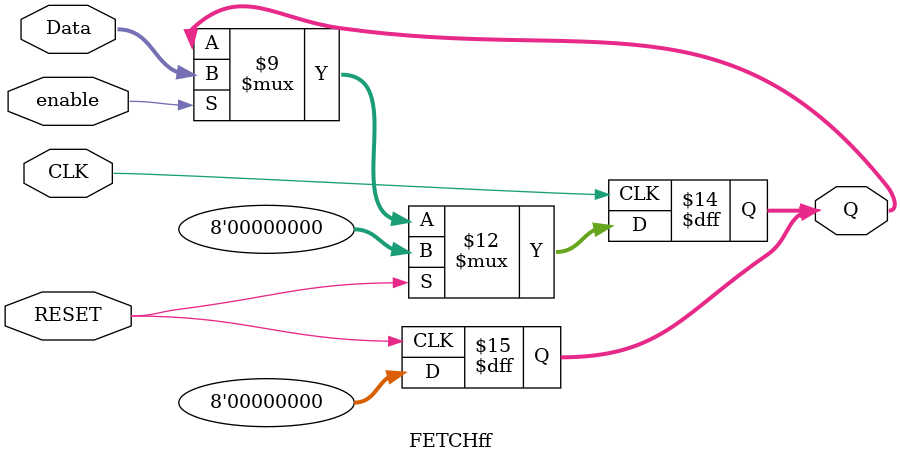
<source format=v>
module FETCHff (input CLK, input [7:0] Data, input RESET, input enable, output [7:0] Q);
    reg [7:0] Q = 0;

    always @ ( posedge RESET ) begin
      if (RESET) begin
          Q = 0;
      end
    end

    always @ ( posedge CLK ) begin
        if (RESET == 1) begin
            Q = 0;
        end

        else if (enable == 1) begin
          Q <= Data;
        end

        else if (enable == 0) begin
          Q <= Q;
        end
    end


endmodule //flip flop  D de 8 bits con ENABLE Y RESET ASÍNCRONO

</source>
